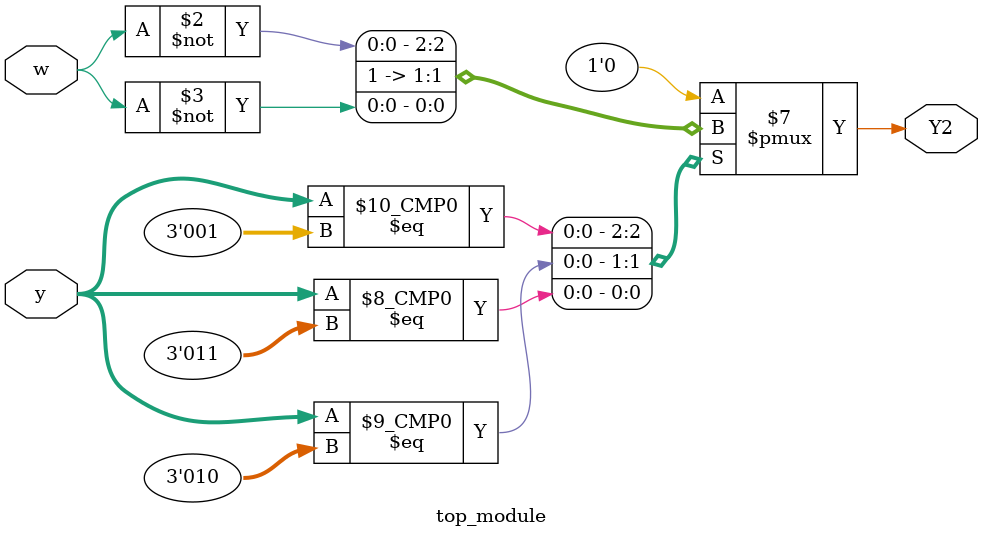
<source format=sv>
module top_module(
    input [3:1] y,
    input w,
    output reg Y2);

    always @(*) begin
        case (y)
            3'b000: Y2 = 1'b0;    // A -> Can't transition to affect y2
            3'b001: Y2 = ~w;      // B -> If w=0, goto C (y[2]=1), if w=1, goto D (y[2]=0)
            3'b010: Y2 = 1'b1;    // C -> Always goto E or D which both have y[2] as 1
            3'b011: Y2 = ~w;      // D -> If w=0, goto F (y[2]=1), if w=1, goto A (y[2]=0)
            3'b100: Y2 = 1'b0;    // E -> Can't transition to affect y2
            3'b101: Y2 = 1'b0;    // F -> Both transitions will cause y2 to be 0 or reset
            default: Y2 = 1'b0;   // Default case
        endcase
    end
endmodule

</source>
